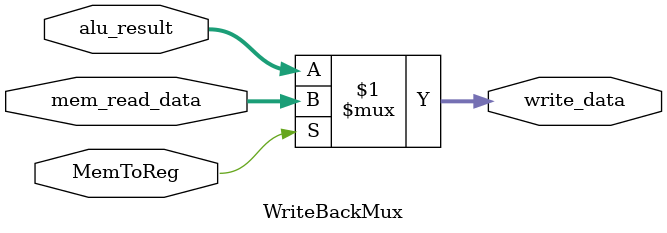
<source format=v>
module WriteBackMux #(parameter WIDTH = 32)(
  input [WIDTH-1:0] alu_result, mem_read_data,
  input  MemToReg,
  output [WIDTH-1:0] write_data
);
	assign write_data = MemToReg ? mem_read_data : alu_result;

endmodule

</source>
